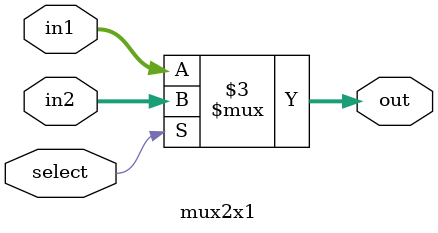
<source format=v>
module mux2x1(input [23:0] in1, input [23:0] in2, input select, output reg [23:0] out);
    always @(*) begin
        if (select) begin
            out <= in2;
        end else begin
            out <= in1;
        end
    end
endmodule

</source>
